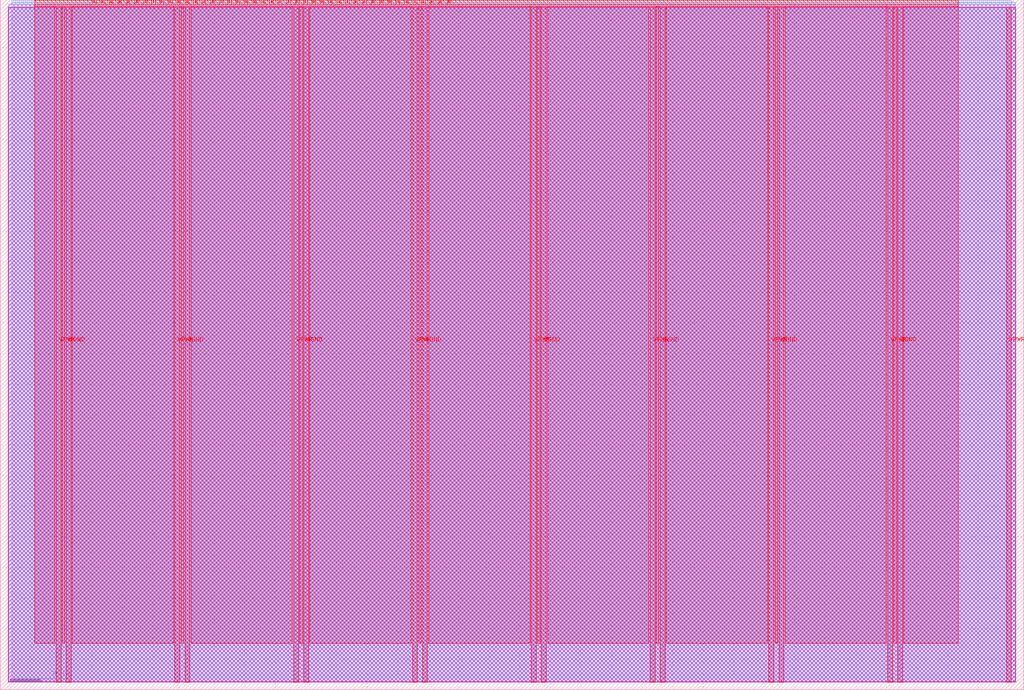
<source format=lef>
VERSION 5.7 ;
  NOWIREEXTENSIONATPIN ON ;
  DIVIDERCHAR "/" ;
  BUSBITCHARS "[]" ;
MACRO tt_um_rejunity_z80
  CLASS BLOCK ;
  FOREIGN tt_um_rejunity_z80 ;
  ORIGIN 0.000 0.000 ;
  SIZE 334.880 BY 225.760 ;
  PIN VGND
    DIRECTION INOUT ;
    USE GROUND ;
    PORT
      LAYER met4 ;
        RECT 21.580 2.480 23.180 223.280 ;
    END
    PORT
      LAYER met4 ;
        RECT 60.450 2.480 62.050 223.280 ;
    END
    PORT
      LAYER met4 ;
        RECT 99.320 2.480 100.920 223.280 ;
    END
    PORT
      LAYER met4 ;
        RECT 138.190 2.480 139.790 223.280 ;
    END
    PORT
      LAYER met4 ;
        RECT 177.060 2.480 178.660 223.280 ;
    END
    PORT
      LAYER met4 ;
        RECT 215.930 2.480 217.530 223.280 ;
    END
    PORT
      LAYER met4 ;
        RECT 254.800 2.480 256.400 223.280 ;
    END
    PORT
      LAYER met4 ;
        RECT 293.670 2.480 295.270 223.280 ;
    END
  END VGND
  PIN VPWR
    DIRECTION INOUT ;
    USE POWER ;
    PORT
      LAYER met4 ;
        RECT 18.280 2.480 19.880 223.280 ;
    END
    PORT
      LAYER met4 ;
        RECT 57.150 2.480 58.750 223.280 ;
    END
    PORT
      LAYER met4 ;
        RECT 96.020 2.480 97.620 223.280 ;
    END
    PORT
      LAYER met4 ;
        RECT 134.890 2.480 136.490 223.280 ;
    END
    PORT
      LAYER met4 ;
        RECT 173.760 2.480 175.360 223.280 ;
    END
    PORT
      LAYER met4 ;
        RECT 212.630 2.480 214.230 223.280 ;
    END
    PORT
      LAYER met4 ;
        RECT 251.500 2.480 253.100 223.280 ;
    END
    PORT
      LAYER met4 ;
        RECT 290.370 2.480 291.970 223.280 ;
    END
    PORT
      LAYER met4 ;
        RECT 329.240 2.480 330.840 223.280 ;
    END
  END VPWR
  PIN clk
    DIRECTION INPUT ;
    USE SIGNAL ;
    ANTENNAGATEAREA 0.852000 ;
    PORT
      LAYER met4 ;
        RECT 143.830 224.760 144.130 225.760 ;
    END
  END clk
  PIN ena
    DIRECTION INPUT ;
    USE SIGNAL ;
    ANTENNAGATEAREA 0.196500 ;
    PORT
      LAYER met4 ;
        RECT 146.590 224.760 146.890 225.760 ;
    END
  END ena
  PIN rst_n
    DIRECTION INPUT ;
    USE SIGNAL ;
    ANTENNAGATEAREA 0.196500 ;
    PORT
      LAYER met4 ;
        RECT 141.070 224.760 141.370 225.760 ;
    END
  END rst_n
  PIN ui_in[0]
    DIRECTION INPUT ;
    USE SIGNAL ;
    ANTENNAGATEAREA 0.159000 ;
    PORT
      LAYER met4 ;
        RECT 138.310 224.760 138.610 225.760 ;
    END
  END ui_in[0]
  PIN ui_in[1]
    DIRECTION INPUT ;
    USE SIGNAL ;
    ANTENNAGATEAREA 0.196500 ;
    PORT
      LAYER met4 ;
        RECT 135.550 224.760 135.850 225.760 ;
    END
  END ui_in[1]
  PIN ui_in[2]
    DIRECTION INPUT ;
    USE SIGNAL ;
    ANTENNAGATEAREA 0.196500 ;
    PORT
      LAYER met4 ;
        RECT 132.790 224.760 133.090 225.760 ;
    END
  END ui_in[2]
  PIN ui_in[3]
    DIRECTION INPUT ;
    USE SIGNAL ;
    ANTENNAGATEAREA 0.196500 ;
    PORT
      LAYER met4 ;
        RECT 130.030 224.760 130.330 225.760 ;
    END
  END ui_in[3]
  PIN ui_in[4]
    DIRECTION INPUT ;
    USE SIGNAL ;
    PORT
      LAYER met4 ;
        RECT 127.270 224.760 127.570 225.760 ;
    END
  END ui_in[4]
  PIN ui_in[5]
    DIRECTION INPUT ;
    USE SIGNAL ;
    PORT
      LAYER met4 ;
        RECT 124.510 224.760 124.810 225.760 ;
    END
  END ui_in[5]
  PIN ui_in[6]
    DIRECTION INPUT ;
    USE SIGNAL ;
    ANTENNAGATEAREA 0.213000 ;
    PORT
      LAYER met4 ;
        RECT 121.750 224.760 122.050 225.760 ;
    END
  END ui_in[6]
  PIN ui_in[7]
    DIRECTION INPUT ;
    USE SIGNAL ;
    ANTENNAGATEAREA 0.247500 ;
    PORT
      LAYER met4 ;
        RECT 118.990 224.760 119.290 225.760 ;
    END
  END ui_in[7]
  PIN uio_in[0]
    DIRECTION INPUT ;
    USE SIGNAL ;
    ANTENNAGATEAREA 0.126000 ;
    PORT
      LAYER met4 ;
        RECT 116.230 224.760 116.530 225.760 ;
    END
  END uio_in[0]
  PIN uio_in[1]
    DIRECTION INPUT ;
    USE SIGNAL ;
    ANTENNAGATEAREA 0.126000 ;
    PORT
      LAYER met4 ;
        RECT 113.470 224.760 113.770 225.760 ;
    END
  END uio_in[1]
  PIN uio_in[2]
    DIRECTION INPUT ;
    USE SIGNAL ;
    ANTENNAGATEAREA 0.196500 ;
    PORT
      LAYER met4 ;
        RECT 110.710 224.760 111.010 225.760 ;
    END
  END uio_in[2]
  PIN uio_in[3]
    DIRECTION INPUT ;
    USE SIGNAL ;
    ANTENNAGATEAREA 0.196500 ;
    PORT
      LAYER met4 ;
        RECT 107.950 224.760 108.250 225.760 ;
    END
  END uio_in[3]
  PIN uio_in[4]
    DIRECTION INPUT ;
    USE SIGNAL ;
    ANTENNAGATEAREA 0.196500 ;
    PORT
      LAYER met4 ;
        RECT 105.190 224.760 105.490 225.760 ;
    END
  END uio_in[4]
  PIN uio_in[5]
    DIRECTION INPUT ;
    USE SIGNAL ;
    ANTENNAGATEAREA 0.196500 ;
    PORT
      LAYER met4 ;
        RECT 102.430 224.760 102.730 225.760 ;
    END
  END uio_in[5]
  PIN uio_in[6]
    DIRECTION INPUT ;
    USE SIGNAL ;
    ANTENNAGATEAREA 0.196500 ;
    PORT
      LAYER met4 ;
        RECT 99.670 224.760 99.970 225.760 ;
    END
  END uio_in[6]
  PIN uio_in[7]
    DIRECTION INPUT ;
    USE SIGNAL ;
    ANTENNAGATEAREA 0.196500 ;
    PORT
      LAYER met4 ;
        RECT 96.910 224.760 97.210 225.760 ;
    END
  END uio_in[7]
  PIN uio_oe[0]
    DIRECTION OUTPUT ;
    USE SIGNAL ;
    ANTENNADIFFAREA 0.445500 ;
    PORT
      LAYER met4 ;
        RECT 49.990 224.760 50.290 225.760 ;
    END
  END uio_oe[0]
  PIN uio_oe[1]
    DIRECTION OUTPUT ;
    USE SIGNAL ;
    ANTENNADIFFAREA 0.445500 ;
    PORT
      LAYER met4 ;
        RECT 47.230 224.760 47.530 225.760 ;
    END
  END uio_oe[1]
  PIN uio_oe[2]
    DIRECTION OUTPUT ;
    USE SIGNAL ;
    ANTENNADIFFAREA 0.445500 ;
    PORT
      LAYER met4 ;
        RECT 44.470 224.760 44.770 225.760 ;
    END
  END uio_oe[2]
  PIN uio_oe[3]
    DIRECTION OUTPUT ;
    USE SIGNAL ;
    ANTENNADIFFAREA 0.445500 ;
    PORT
      LAYER met4 ;
        RECT 41.710 224.760 42.010 225.760 ;
    END
  END uio_oe[3]
  PIN uio_oe[4]
    DIRECTION OUTPUT ;
    USE SIGNAL ;
    ANTENNADIFFAREA 0.445500 ;
    PORT
      LAYER met4 ;
        RECT 38.950 224.760 39.250 225.760 ;
    END
  END uio_oe[4]
  PIN uio_oe[5]
    DIRECTION OUTPUT ;
    USE SIGNAL ;
    ANTENNADIFFAREA 0.445500 ;
    PORT
      LAYER met4 ;
        RECT 36.190 224.760 36.490 225.760 ;
    END
  END uio_oe[5]
  PIN uio_oe[6]
    DIRECTION OUTPUT ;
    USE SIGNAL ;
    ANTENNADIFFAREA 0.445500 ;
    PORT
      LAYER met4 ;
        RECT 33.430 224.760 33.730 225.760 ;
    END
  END uio_oe[6]
  PIN uio_oe[7]
    DIRECTION OUTPUT ;
    USE SIGNAL ;
    ANTENNADIFFAREA 0.445500 ;
    PORT
      LAYER met4 ;
        RECT 30.670 224.760 30.970 225.760 ;
    END
  END uio_oe[7]
  PIN uio_out[0]
    DIRECTION OUTPUT ;
    USE SIGNAL ;
    ANTENNAGATEAREA 0.495000 ;
    ANTENNADIFFAREA 0.891000 ;
    PORT
      LAYER met4 ;
        RECT 72.070 224.760 72.370 225.760 ;
    END
  END uio_out[0]
  PIN uio_out[1]
    DIRECTION OUTPUT ;
    USE SIGNAL ;
    ANTENNAGATEAREA 0.373500 ;
    ANTENNADIFFAREA 0.891000 ;
    PORT
      LAYER met4 ;
        RECT 69.310 224.760 69.610 225.760 ;
    END
  END uio_out[1]
  PIN uio_out[2]
    DIRECTION OUTPUT ;
    USE SIGNAL ;
    ANTENNAGATEAREA 0.373500 ;
    ANTENNADIFFAREA 0.891000 ;
    PORT
      LAYER met4 ;
        RECT 66.550 224.760 66.850 225.760 ;
    END
  END uio_out[2]
  PIN uio_out[3]
    DIRECTION OUTPUT ;
    USE SIGNAL ;
    ANTENNAGATEAREA 0.373500 ;
    ANTENNADIFFAREA 0.891000 ;
    PORT
      LAYER met4 ;
        RECT 63.790 224.760 64.090 225.760 ;
    END
  END uio_out[3]
  PIN uio_out[4]
    DIRECTION OUTPUT ;
    USE SIGNAL ;
    ANTENNAGATEAREA 0.252000 ;
    ANTENNADIFFAREA 0.891000 ;
    PORT
      LAYER met4 ;
        RECT 61.030 224.760 61.330 225.760 ;
    END
  END uio_out[4]
  PIN uio_out[5]
    DIRECTION OUTPUT ;
    USE SIGNAL ;
    ANTENNAGATEAREA 0.252000 ;
    ANTENNADIFFAREA 0.891000 ;
    PORT
      LAYER met4 ;
        RECT 58.270 224.760 58.570 225.760 ;
    END
  END uio_out[5]
  PIN uio_out[6]
    DIRECTION OUTPUT ;
    USE SIGNAL ;
    ANTENNAGATEAREA 0.495000 ;
    ANTENNADIFFAREA 0.891000 ;
    PORT
      LAYER met4 ;
        RECT 55.510 224.760 55.810 225.760 ;
    END
  END uio_out[6]
  PIN uio_out[7]
    DIRECTION OUTPUT ;
    USE SIGNAL ;
    ANTENNAGATEAREA 0.495000 ;
    ANTENNADIFFAREA 0.891000 ;
    PORT
      LAYER met4 ;
        RECT 52.750 224.760 53.050 225.760 ;
    END
  END uio_out[7]
  PIN uo_out[0]
    DIRECTION OUTPUT ;
    USE SIGNAL ;
    ANTENNADIFFAREA 0.891000 ;
    PORT
      LAYER met4 ;
        RECT 94.150 224.760 94.450 225.760 ;
    END
  END uo_out[0]
  PIN uo_out[1]
    DIRECTION OUTPUT ;
    USE SIGNAL ;
    ANTENNADIFFAREA 0.891000 ;
    PORT
      LAYER met4 ;
        RECT 91.390 224.760 91.690 225.760 ;
    END
  END uo_out[1]
  PIN uo_out[2]
    DIRECTION OUTPUT ;
    USE SIGNAL ;
    ANTENNADIFFAREA 0.891000 ;
    PORT
      LAYER met4 ;
        RECT 88.630 224.760 88.930 225.760 ;
    END
  END uo_out[2]
  PIN uo_out[3]
    DIRECTION OUTPUT ;
    USE SIGNAL ;
    ANTENNADIFFAREA 0.891000 ;
    PORT
      LAYER met4 ;
        RECT 85.870 224.760 86.170 225.760 ;
    END
  END uo_out[3]
  PIN uo_out[4]
    DIRECTION OUTPUT ;
    USE SIGNAL ;
    ANTENNADIFFAREA 0.891000 ;
    PORT
      LAYER met4 ;
        RECT 83.110 224.760 83.410 225.760 ;
    END
  END uo_out[4]
  PIN uo_out[5]
    DIRECTION OUTPUT ;
    USE SIGNAL ;
    ANTENNADIFFAREA 0.891000 ;
    PORT
      LAYER met4 ;
        RECT 80.350 224.760 80.650 225.760 ;
    END
  END uo_out[5]
  PIN uo_out[6]
    DIRECTION OUTPUT ;
    USE SIGNAL ;
    ANTENNADIFFAREA 0.891000 ;
    PORT
      LAYER met4 ;
        RECT 77.590 224.760 77.890 225.760 ;
    END
  END uo_out[6]
  PIN uo_out[7]
    DIRECTION OUTPUT ;
    USE SIGNAL ;
    ANTENNADIFFAREA 0.891000 ;
    PORT
      LAYER met4 ;
        RECT 74.830 224.760 75.130 225.760 ;
    END
  END uo_out[7]
  OBS
      LAYER nwell ;
        RECT 2.570 2.635 332.310 223.230 ;
      LAYER li1 ;
        RECT 2.760 2.635 332.120 223.125 ;
      LAYER met1 ;
        RECT 2.760 2.480 332.120 224.360 ;
      LAYER met2 ;
        RECT 3.770 2.535 332.020 224.925 ;
      LAYER met3 ;
        RECT 3.745 2.555 330.830 225.580 ;
      LAYER met4 ;
        RECT 11.335 224.360 30.270 225.585 ;
        RECT 31.370 224.360 33.030 225.585 ;
        RECT 34.130 224.360 35.790 225.585 ;
        RECT 36.890 224.360 38.550 225.585 ;
        RECT 39.650 224.360 41.310 225.585 ;
        RECT 42.410 224.360 44.070 225.585 ;
        RECT 45.170 224.360 46.830 225.585 ;
        RECT 47.930 224.360 49.590 225.585 ;
        RECT 50.690 224.360 52.350 225.585 ;
        RECT 53.450 224.360 55.110 225.585 ;
        RECT 56.210 224.360 57.870 225.585 ;
        RECT 58.970 224.360 60.630 225.585 ;
        RECT 61.730 224.360 63.390 225.585 ;
        RECT 64.490 224.360 66.150 225.585 ;
        RECT 67.250 224.360 68.910 225.585 ;
        RECT 70.010 224.360 71.670 225.585 ;
        RECT 72.770 224.360 74.430 225.585 ;
        RECT 75.530 224.360 77.190 225.585 ;
        RECT 78.290 224.360 79.950 225.585 ;
        RECT 81.050 224.360 82.710 225.585 ;
        RECT 83.810 224.360 85.470 225.585 ;
        RECT 86.570 224.360 88.230 225.585 ;
        RECT 89.330 224.360 90.990 225.585 ;
        RECT 92.090 224.360 93.750 225.585 ;
        RECT 94.850 224.360 96.510 225.585 ;
        RECT 97.610 224.360 99.270 225.585 ;
        RECT 100.370 224.360 102.030 225.585 ;
        RECT 103.130 224.360 104.790 225.585 ;
        RECT 105.890 224.360 107.550 225.585 ;
        RECT 108.650 224.360 110.310 225.585 ;
        RECT 111.410 224.360 113.070 225.585 ;
        RECT 114.170 224.360 115.830 225.585 ;
        RECT 116.930 224.360 118.590 225.585 ;
        RECT 119.690 224.360 121.350 225.585 ;
        RECT 122.450 224.360 124.110 225.585 ;
        RECT 125.210 224.360 126.870 225.585 ;
        RECT 127.970 224.360 129.630 225.585 ;
        RECT 130.730 224.360 132.390 225.585 ;
        RECT 133.490 224.360 135.150 225.585 ;
        RECT 136.250 224.360 137.910 225.585 ;
        RECT 139.010 224.360 140.670 225.585 ;
        RECT 141.770 224.360 143.430 225.585 ;
        RECT 144.530 224.360 146.190 225.585 ;
        RECT 147.290 224.360 313.425 225.585 ;
        RECT 11.335 223.680 313.425 224.360 ;
        RECT 11.335 15.135 17.880 223.680 ;
        RECT 20.280 15.135 21.180 223.680 ;
        RECT 23.580 15.135 56.750 223.680 ;
        RECT 59.150 15.135 60.050 223.680 ;
        RECT 62.450 15.135 95.620 223.680 ;
        RECT 98.020 15.135 98.920 223.680 ;
        RECT 101.320 15.135 134.490 223.680 ;
        RECT 136.890 15.135 137.790 223.680 ;
        RECT 140.190 15.135 173.360 223.680 ;
        RECT 175.760 15.135 176.660 223.680 ;
        RECT 179.060 15.135 212.230 223.680 ;
        RECT 214.630 15.135 215.530 223.680 ;
        RECT 217.930 15.135 251.100 223.680 ;
        RECT 253.500 15.135 254.400 223.680 ;
        RECT 256.800 15.135 289.970 223.680 ;
        RECT 292.370 15.135 293.270 223.680 ;
        RECT 295.670 15.135 313.425 223.680 ;
  END
END tt_um_rejunity_z80
END LIBRARY


</source>
